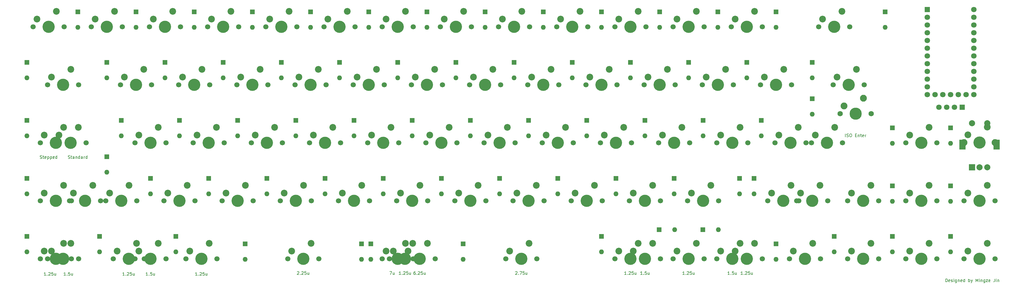
<source format=gbr>
%TF.GenerationSoftware,KiCad,Pcbnew,(6.0.1)*%
%TF.CreationDate,2022-05-17T11:58:57-04:00*%
%TF.ProjectId,GanJing 65 rev 2 solder-rounded,47616e4a-696e-4672-9036-352072657620,2*%
%TF.SameCoordinates,Original*%
%TF.FileFunction,Soldermask,Top*%
%TF.FilePolarity,Negative*%
%FSLAX46Y46*%
G04 Gerber Fmt 4.6, Leading zero omitted, Abs format (unit mm)*
G04 Created by KiCad (PCBNEW (6.0.1)) date 2022-05-17 11:58:57*
%MOMM*%
%LPD*%
G01*
G04 APERTURE LIST*
%ADD10C,0.150000*%
%ADD11R,1.600000X1.600000*%
%ADD12O,1.600000X1.600000*%
%ADD13R,1.800000X1.800000*%
%ADD14C,1.800000*%
%ADD15C,1.700000*%
%ADD16C,4.000000*%
%ADD17C,2.200000*%
%ADD18C,2.250000*%
%ADD19R,2.000000X3.200000*%
%ADD20R,2.000000X2.000000*%
%ADD21C,2.000000*%
%ADD22C,1.750000*%
%ADD23C,3.987800*%
G04 APERTURE END LIST*
D10*
X58642857Y-186452380D02*
X58071428Y-186452380D01*
X58357142Y-186452380D02*
X58357142Y-185452380D01*
X58261904Y-185595238D01*
X58166666Y-185690476D01*
X58071428Y-185738095D01*
X59071428Y-186357142D02*
X59119047Y-186404761D01*
X59071428Y-186452380D01*
X59023809Y-186404761D01*
X59071428Y-186357142D01*
X59071428Y-186452380D01*
X59500000Y-185547619D02*
X59547619Y-185500000D01*
X59642857Y-185452380D01*
X59880952Y-185452380D01*
X59976190Y-185500000D01*
X60023809Y-185547619D01*
X60071428Y-185642857D01*
X60071428Y-185738095D01*
X60023809Y-185880952D01*
X59452380Y-186452380D01*
X60071428Y-186452380D01*
X60976190Y-185452380D02*
X60500000Y-185452380D01*
X60452380Y-185928571D01*
X60500000Y-185880952D01*
X60595238Y-185833333D01*
X60833333Y-185833333D01*
X60928571Y-185880952D01*
X60976190Y-185928571D01*
X61023809Y-186023809D01*
X61023809Y-186261904D01*
X60976190Y-186357142D01*
X60928571Y-186404761D01*
X60833333Y-186452380D01*
X60595238Y-186452380D01*
X60500000Y-186404761D01*
X60452380Y-186357142D01*
X61880952Y-185785714D02*
X61880952Y-186452380D01*
X61452380Y-185785714D02*
X61452380Y-186309523D01*
X61500000Y-186404761D01*
X61595238Y-186452380D01*
X61738095Y-186452380D01*
X61833333Y-186404761D01*
X61880952Y-186357142D01*
X282487797Y-186189880D02*
X281916369Y-186189880D01*
X282202083Y-186189880D02*
X282202083Y-185189880D01*
X282106845Y-185332738D01*
X282011607Y-185427976D01*
X281916369Y-185475595D01*
X282916369Y-186094642D02*
X282963988Y-186142261D01*
X282916369Y-186189880D01*
X282868750Y-186142261D01*
X282916369Y-186094642D01*
X282916369Y-186189880D01*
X283868750Y-185189880D02*
X283392559Y-185189880D01*
X283344940Y-185666071D01*
X283392559Y-185618452D01*
X283487797Y-185570833D01*
X283725892Y-185570833D01*
X283821130Y-185618452D01*
X283868750Y-185666071D01*
X283916369Y-185761309D01*
X283916369Y-185999404D01*
X283868750Y-186094642D01*
X283821130Y-186142261D01*
X283725892Y-186189880D01*
X283487797Y-186189880D01*
X283392559Y-186142261D01*
X283344940Y-186094642D01*
X284773511Y-185523214D02*
X284773511Y-186189880D01*
X284344940Y-185523214D02*
X284344940Y-186047023D01*
X284392559Y-186142261D01*
X284487797Y-186189880D01*
X284630654Y-186189880D01*
X284725892Y-186142261D01*
X284773511Y-186094642D01*
X267724107Y-186189880D02*
X267152678Y-186189880D01*
X267438392Y-186189880D02*
X267438392Y-185189880D01*
X267343154Y-185332738D01*
X267247916Y-185427976D01*
X267152678Y-185475595D01*
X268152678Y-186094642D02*
X268200297Y-186142261D01*
X268152678Y-186189880D01*
X268105059Y-186142261D01*
X268152678Y-186094642D01*
X268152678Y-186189880D01*
X268581250Y-185285119D02*
X268628869Y-185237500D01*
X268724107Y-185189880D01*
X268962202Y-185189880D01*
X269057440Y-185237500D01*
X269105059Y-185285119D01*
X269152678Y-185380357D01*
X269152678Y-185475595D01*
X269105059Y-185618452D01*
X268533630Y-186189880D01*
X269152678Y-186189880D01*
X270057440Y-185189880D02*
X269581250Y-185189880D01*
X269533630Y-185666071D01*
X269581250Y-185618452D01*
X269676488Y-185570833D01*
X269914583Y-185570833D01*
X270009821Y-185618452D01*
X270057440Y-185666071D01*
X270105059Y-185761309D01*
X270105059Y-185999404D01*
X270057440Y-186094642D01*
X270009821Y-186142261D01*
X269914583Y-186189880D01*
X269676488Y-186189880D01*
X269581250Y-186142261D01*
X269533630Y-186094642D01*
X270962202Y-185523214D02*
X270962202Y-186189880D01*
X270533630Y-185523214D02*
X270533630Y-186047023D01*
X270581250Y-186142261D01*
X270676488Y-186189880D01*
X270819345Y-186189880D01*
X270914583Y-186142261D01*
X270962202Y-186094642D01*
X65119047Y-186452380D02*
X64547619Y-186452380D01*
X64833333Y-186452380D02*
X64833333Y-185452380D01*
X64738095Y-185595238D01*
X64642857Y-185690476D01*
X64547619Y-185738095D01*
X65547619Y-186357142D02*
X65595238Y-186404761D01*
X65547619Y-186452380D01*
X65500000Y-186404761D01*
X65547619Y-186357142D01*
X65547619Y-186452380D01*
X66500000Y-185452380D02*
X66023809Y-185452380D01*
X65976190Y-185928571D01*
X66023809Y-185880952D01*
X66119047Y-185833333D01*
X66357142Y-185833333D01*
X66452380Y-185880952D01*
X66500000Y-185928571D01*
X66547619Y-186023809D01*
X66547619Y-186261904D01*
X66500000Y-186357142D01*
X66452380Y-186404761D01*
X66357142Y-186452380D01*
X66119047Y-186452380D01*
X66023809Y-186404761D01*
X65976190Y-186357142D01*
X67404761Y-185785714D02*
X67404761Y-186452380D01*
X66976190Y-185785714D02*
X66976190Y-186309523D01*
X67023809Y-186404761D01*
X67119047Y-186452380D01*
X67261904Y-186452380D01*
X67357142Y-186404761D01*
X67404761Y-186357142D01*
X108180357Y-186452380D02*
X107608928Y-186452380D01*
X107894642Y-186452380D02*
X107894642Y-185452380D01*
X107799404Y-185595238D01*
X107704166Y-185690476D01*
X107608928Y-185738095D01*
X108608928Y-186357142D02*
X108656547Y-186404761D01*
X108608928Y-186452380D01*
X108561309Y-186404761D01*
X108608928Y-186357142D01*
X108608928Y-186452380D01*
X109037500Y-185547619D02*
X109085119Y-185500000D01*
X109180357Y-185452380D01*
X109418452Y-185452380D01*
X109513690Y-185500000D01*
X109561309Y-185547619D01*
X109608928Y-185642857D01*
X109608928Y-185738095D01*
X109561309Y-185880952D01*
X108989880Y-186452380D01*
X109608928Y-186452380D01*
X110513690Y-185452380D02*
X110037500Y-185452380D01*
X109989880Y-185928571D01*
X110037500Y-185880952D01*
X110132738Y-185833333D01*
X110370833Y-185833333D01*
X110466071Y-185880952D01*
X110513690Y-185928571D01*
X110561309Y-186023809D01*
X110561309Y-186261904D01*
X110513690Y-186357142D01*
X110466071Y-186404761D01*
X110370833Y-186452380D01*
X110132738Y-186452380D01*
X110037500Y-186404761D01*
X109989880Y-186357142D01*
X111418452Y-185785714D02*
X111418452Y-186452380D01*
X110989880Y-185785714D02*
X110989880Y-186309523D01*
X111037500Y-186404761D01*
X111132738Y-186452380D01*
X111275595Y-186452380D01*
X111370833Y-186404761D01*
X111418452Y-186357142D01*
X84367857Y-186452380D02*
X83796428Y-186452380D01*
X84082142Y-186452380D02*
X84082142Y-185452380D01*
X83986904Y-185595238D01*
X83891666Y-185690476D01*
X83796428Y-185738095D01*
X84796428Y-186357142D02*
X84844047Y-186404761D01*
X84796428Y-186452380D01*
X84748809Y-186404761D01*
X84796428Y-186357142D01*
X84796428Y-186452380D01*
X85225000Y-185547619D02*
X85272619Y-185500000D01*
X85367857Y-185452380D01*
X85605952Y-185452380D01*
X85701190Y-185500000D01*
X85748809Y-185547619D01*
X85796428Y-185642857D01*
X85796428Y-185738095D01*
X85748809Y-185880952D01*
X85177380Y-186452380D01*
X85796428Y-186452380D01*
X86701190Y-185452380D02*
X86225000Y-185452380D01*
X86177380Y-185928571D01*
X86225000Y-185880952D01*
X86320238Y-185833333D01*
X86558333Y-185833333D01*
X86653571Y-185880952D01*
X86701190Y-185928571D01*
X86748809Y-186023809D01*
X86748809Y-186261904D01*
X86701190Y-186357142D01*
X86653571Y-186404761D01*
X86558333Y-186452380D01*
X86320238Y-186452380D01*
X86225000Y-186404761D01*
X86177380Y-186357142D01*
X87605952Y-185785714D02*
X87605952Y-186452380D01*
X87177380Y-185785714D02*
X87177380Y-186309523D01*
X87225000Y-186404761D01*
X87320238Y-186452380D01*
X87463095Y-186452380D01*
X87558333Y-186404761D01*
X87605952Y-186357142D01*
X248674107Y-186189880D02*
X248102678Y-186189880D01*
X248388392Y-186189880D02*
X248388392Y-185189880D01*
X248293154Y-185332738D01*
X248197916Y-185427976D01*
X248102678Y-185475595D01*
X249102678Y-186094642D02*
X249150297Y-186142261D01*
X249102678Y-186189880D01*
X249055059Y-186142261D01*
X249102678Y-186094642D01*
X249102678Y-186189880D01*
X249531250Y-185285119D02*
X249578869Y-185237500D01*
X249674107Y-185189880D01*
X249912202Y-185189880D01*
X250007440Y-185237500D01*
X250055059Y-185285119D01*
X250102678Y-185380357D01*
X250102678Y-185475595D01*
X250055059Y-185618452D01*
X249483630Y-186189880D01*
X250102678Y-186189880D01*
X251007440Y-185189880D02*
X250531250Y-185189880D01*
X250483630Y-185666071D01*
X250531250Y-185618452D01*
X250626488Y-185570833D01*
X250864583Y-185570833D01*
X250959821Y-185618452D01*
X251007440Y-185666071D01*
X251055059Y-185761309D01*
X251055059Y-185999404D01*
X251007440Y-186094642D01*
X250959821Y-186142261D01*
X250864583Y-186189880D01*
X250626488Y-186189880D01*
X250531250Y-186142261D01*
X250483630Y-186094642D01*
X251912202Y-185523214D02*
X251912202Y-186189880D01*
X251483630Y-185523214D02*
X251483630Y-186047023D01*
X251531250Y-186142261D01*
X251626488Y-186189880D01*
X251769345Y-186189880D01*
X251864583Y-186142261D01*
X251912202Y-186094642D01*
X286774107Y-186189880D02*
X286202678Y-186189880D01*
X286488392Y-186189880D02*
X286488392Y-185189880D01*
X286393154Y-185332738D01*
X286297916Y-185427976D01*
X286202678Y-185475595D01*
X287202678Y-186094642D02*
X287250297Y-186142261D01*
X287202678Y-186189880D01*
X287155059Y-186142261D01*
X287202678Y-186094642D01*
X287202678Y-186189880D01*
X287631250Y-185285119D02*
X287678869Y-185237500D01*
X287774107Y-185189880D01*
X288012202Y-185189880D01*
X288107440Y-185237500D01*
X288155059Y-185285119D01*
X288202678Y-185380357D01*
X288202678Y-185475595D01*
X288155059Y-185618452D01*
X287583630Y-186189880D01*
X288202678Y-186189880D01*
X289107440Y-185189880D02*
X288631250Y-185189880D01*
X288583630Y-185666071D01*
X288631250Y-185618452D01*
X288726488Y-185570833D01*
X288964583Y-185570833D01*
X289059821Y-185618452D01*
X289107440Y-185666071D01*
X289155059Y-185761309D01*
X289155059Y-185999404D01*
X289107440Y-186094642D01*
X289059821Y-186142261D01*
X288964583Y-186189880D01*
X288726488Y-186189880D01*
X288631250Y-186142261D01*
X288583630Y-186094642D01*
X290012202Y-185523214D02*
X290012202Y-186189880D01*
X289583630Y-185523214D02*
X289583630Y-186047023D01*
X289631250Y-186142261D01*
X289726488Y-186189880D01*
X289869345Y-186189880D01*
X289964583Y-186142261D01*
X290012202Y-186094642D01*
X253912797Y-186189880D02*
X253341369Y-186189880D01*
X253627083Y-186189880D02*
X253627083Y-185189880D01*
X253531845Y-185332738D01*
X253436607Y-185427976D01*
X253341369Y-185475595D01*
X254341369Y-186094642D02*
X254388988Y-186142261D01*
X254341369Y-186189880D01*
X254293750Y-186142261D01*
X254341369Y-186094642D01*
X254341369Y-186189880D01*
X255293750Y-185189880D02*
X254817559Y-185189880D01*
X254769940Y-185666071D01*
X254817559Y-185618452D01*
X254912797Y-185570833D01*
X255150892Y-185570833D01*
X255246130Y-185618452D01*
X255293750Y-185666071D01*
X255341369Y-185761309D01*
X255341369Y-185999404D01*
X255293750Y-186094642D01*
X255246130Y-186142261D01*
X255150892Y-186189880D01*
X254912797Y-186189880D01*
X254817559Y-186142261D01*
X254769940Y-186094642D01*
X256198511Y-185523214D02*
X256198511Y-186189880D01*
X255769940Y-185523214D02*
X255769940Y-186047023D01*
X255817559Y-186142261D01*
X255912797Y-186189880D01*
X256055654Y-186189880D01*
X256150892Y-186142261D01*
X256198511Y-186094642D01*
X91987797Y-186452380D02*
X91416369Y-186452380D01*
X91702083Y-186452380D02*
X91702083Y-185452380D01*
X91606845Y-185595238D01*
X91511607Y-185690476D01*
X91416369Y-185738095D01*
X92416369Y-186357142D02*
X92463988Y-186404761D01*
X92416369Y-186452380D01*
X92368750Y-186404761D01*
X92416369Y-186357142D01*
X92416369Y-186452380D01*
X93368750Y-185452380D02*
X92892559Y-185452380D01*
X92844940Y-185928571D01*
X92892559Y-185880952D01*
X92987797Y-185833333D01*
X93225892Y-185833333D01*
X93321130Y-185880952D01*
X93368750Y-185928571D01*
X93416369Y-186023809D01*
X93416369Y-186261904D01*
X93368750Y-186357142D01*
X93321130Y-186404761D01*
X93225892Y-186452380D01*
X92987797Y-186452380D01*
X92892559Y-186404761D01*
X92844940Y-186357142D01*
X94273511Y-185785714D02*
X94273511Y-186452380D01*
X93844940Y-185785714D02*
X93844940Y-186309523D01*
X93892559Y-186404761D01*
X93987797Y-186452380D01*
X94130654Y-186452380D01*
X94225892Y-186404761D01*
X94273511Y-186357142D01*
X353235714Y-188571130D02*
X353235714Y-187571130D01*
X353473809Y-187571130D01*
X353616666Y-187618750D01*
X353711904Y-187713988D01*
X353759523Y-187809226D01*
X353807142Y-187999702D01*
X353807142Y-188142559D01*
X353759523Y-188333035D01*
X353711904Y-188428273D01*
X353616666Y-188523511D01*
X353473809Y-188571130D01*
X353235714Y-188571130D01*
X354616666Y-188523511D02*
X354521428Y-188571130D01*
X354330952Y-188571130D01*
X354235714Y-188523511D01*
X354188095Y-188428273D01*
X354188095Y-188047321D01*
X354235714Y-187952083D01*
X354330952Y-187904464D01*
X354521428Y-187904464D01*
X354616666Y-187952083D01*
X354664285Y-188047321D01*
X354664285Y-188142559D01*
X354188095Y-188237797D01*
X355045238Y-188523511D02*
X355140476Y-188571130D01*
X355330952Y-188571130D01*
X355426190Y-188523511D01*
X355473809Y-188428273D01*
X355473809Y-188380654D01*
X355426190Y-188285416D01*
X355330952Y-188237797D01*
X355188095Y-188237797D01*
X355092857Y-188190178D01*
X355045238Y-188094940D01*
X355045238Y-188047321D01*
X355092857Y-187952083D01*
X355188095Y-187904464D01*
X355330952Y-187904464D01*
X355426190Y-187952083D01*
X355902380Y-188571130D02*
X355902380Y-187904464D01*
X355902380Y-187571130D02*
X355854761Y-187618750D01*
X355902380Y-187666369D01*
X355950000Y-187618750D01*
X355902380Y-187571130D01*
X355902380Y-187666369D01*
X356807142Y-187904464D02*
X356807142Y-188713988D01*
X356759523Y-188809226D01*
X356711904Y-188856845D01*
X356616666Y-188904464D01*
X356473809Y-188904464D01*
X356378571Y-188856845D01*
X356807142Y-188523511D02*
X356711904Y-188571130D01*
X356521428Y-188571130D01*
X356426190Y-188523511D01*
X356378571Y-188475892D01*
X356330952Y-188380654D01*
X356330952Y-188094940D01*
X356378571Y-187999702D01*
X356426190Y-187952083D01*
X356521428Y-187904464D01*
X356711904Y-187904464D01*
X356807142Y-187952083D01*
X357283333Y-187904464D02*
X357283333Y-188571130D01*
X357283333Y-187999702D02*
X357330952Y-187952083D01*
X357426190Y-187904464D01*
X357569047Y-187904464D01*
X357664285Y-187952083D01*
X357711904Y-188047321D01*
X357711904Y-188571130D01*
X358569047Y-188523511D02*
X358473809Y-188571130D01*
X358283333Y-188571130D01*
X358188095Y-188523511D01*
X358140476Y-188428273D01*
X358140476Y-188047321D01*
X358188095Y-187952083D01*
X358283333Y-187904464D01*
X358473809Y-187904464D01*
X358569047Y-187952083D01*
X358616666Y-188047321D01*
X358616666Y-188142559D01*
X358140476Y-188237797D01*
X359473809Y-188571130D02*
X359473809Y-187571130D01*
X359473809Y-188523511D02*
X359378571Y-188571130D01*
X359188095Y-188571130D01*
X359092857Y-188523511D01*
X359045238Y-188475892D01*
X358997619Y-188380654D01*
X358997619Y-188094940D01*
X359045238Y-187999702D01*
X359092857Y-187952083D01*
X359188095Y-187904464D01*
X359378571Y-187904464D01*
X359473809Y-187952083D01*
X360711904Y-188571130D02*
X360711904Y-187571130D01*
X360711904Y-187952083D02*
X360807142Y-187904464D01*
X360997619Y-187904464D01*
X361092857Y-187952083D01*
X361140476Y-187999702D01*
X361188095Y-188094940D01*
X361188095Y-188380654D01*
X361140476Y-188475892D01*
X361092857Y-188523511D01*
X360997619Y-188571130D01*
X360807142Y-188571130D01*
X360711904Y-188523511D01*
X361521428Y-187904464D02*
X361759523Y-188571130D01*
X361997619Y-187904464D02*
X361759523Y-188571130D01*
X361664285Y-188809226D01*
X361616666Y-188856845D01*
X361521428Y-188904464D01*
X363140476Y-188571130D02*
X363140476Y-187571130D01*
X363473809Y-188285416D01*
X363807142Y-187571130D01*
X363807142Y-188571130D01*
X364283333Y-188571130D02*
X364283333Y-187904464D01*
X364283333Y-187571130D02*
X364235714Y-187618750D01*
X364283333Y-187666369D01*
X364330952Y-187618750D01*
X364283333Y-187571130D01*
X364283333Y-187666369D01*
X364759523Y-187904464D02*
X364759523Y-188571130D01*
X364759523Y-187999702D02*
X364807142Y-187952083D01*
X364902380Y-187904464D01*
X365045238Y-187904464D01*
X365140476Y-187952083D01*
X365188095Y-188047321D01*
X365188095Y-188571130D01*
X366092857Y-187904464D02*
X366092857Y-188713988D01*
X366045238Y-188809226D01*
X365997619Y-188856845D01*
X365902380Y-188904464D01*
X365759523Y-188904464D01*
X365664285Y-188856845D01*
X366092857Y-188523511D02*
X365997619Y-188571130D01*
X365807142Y-188571130D01*
X365711904Y-188523511D01*
X365664285Y-188475892D01*
X365616666Y-188380654D01*
X365616666Y-188094940D01*
X365664285Y-187999702D01*
X365711904Y-187952083D01*
X365807142Y-187904464D01*
X365997619Y-187904464D01*
X366092857Y-187952083D01*
X366473809Y-187904464D02*
X366997619Y-187904464D01*
X366473809Y-188571130D01*
X366997619Y-188571130D01*
X367759523Y-188523511D02*
X367664285Y-188571130D01*
X367473809Y-188571130D01*
X367378571Y-188523511D01*
X367330952Y-188428273D01*
X367330952Y-188047321D01*
X367378571Y-187952083D01*
X367473809Y-187904464D01*
X367664285Y-187904464D01*
X367759523Y-187952083D01*
X367807142Y-188047321D01*
X367807142Y-188142559D01*
X367330952Y-188237797D01*
X369283333Y-187571130D02*
X369283333Y-188285416D01*
X369235714Y-188428273D01*
X369140476Y-188523511D01*
X368997619Y-188571130D01*
X368902380Y-188571130D01*
X369759523Y-188571130D02*
X369759523Y-187904464D01*
X369759523Y-187571130D02*
X369711904Y-187618750D01*
X369759523Y-187666369D01*
X369807142Y-187618750D01*
X369759523Y-187571130D01*
X369759523Y-187666369D01*
X370235714Y-187904464D02*
X370235714Y-188571130D01*
X370235714Y-187999702D02*
X370283333Y-187952083D01*
X370378571Y-187904464D01*
X370521428Y-187904464D01*
X370616666Y-187952083D01*
X370664285Y-188047321D01*
X370664285Y-188571130D01*
%TO.C,MX31*%
X65913392Y-148042261D02*
X66056250Y-148089880D01*
X66294345Y-148089880D01*
X66389583Y-148042261D01*
X66437202Y-147994642D01*
X66484821Y-147899404D01*
X66484821Y-147804166D01*
X66437202Y-147708928D01*
X66389583Y-147661309D01*
X66294345Y-147613690D01*
X66103869Y-147566071D01*
X66008630Y-147518452D01*
X65961011Y-147470833D01*
X65913392Y-147375595D01*
X65913392Y-147280357D01*
X65961011Y-147185119D01*
X66008630Y-147137500D01*
X66103869Y-147089880D01*
X66341964Y-147089880D01*
X66484821Y-147137500D01*
X66770535Y-147423214D02*
X67151488Y-147423214D01*
X66913392Y-147089880D02*
X66913392Y-147947023D01*
X66961011Y-148042261D01*
X67056250Y-148089880D01*
X67151488Y-148089880D01*
X67913392Y-148089880D02*
X67913392Y-147566071D01*
X67865773Y-147470833D01*
X67770535Y-147423214D01*
X67580059Y-147423214D01*
X67484821Y-147470833D01*
X67913392Y-148042261D02*
X67818154Y-148089880D01*
X67580059Y-148089880D01*
X67484821Y-148042261D01*
X67437202Y-147947023D01*
X67437202Y-147851785D01*
X67484821Y-147756547D01*
X67580059Y-147708928D01*
X67818154Y-147708928D01*
X67913392Y-147661309D01*
X68389583Y-147423214D02*
X68389583Y-148089880D01*
X68389583Y-147518452D02*
X68437202Y-147470833D01*
X68532440Y-147423214D01*
X68675297Y-147423214D01*
X68770535Y-147470833D01*
X68818154Y-147566071D01*
X68818154Y-148089880D01*
X69722916Y-148089880D02*
X69722916Y-147089880D01*
X69722916Y-148042261D02*
X69627678Y-148089880D01*
X69437202Y-148089880D01*
X69341964Y-148042261D01*
X69294345Y-147994642D01*
X69246726Y-147899404D01*
X69246726Y-147613690D01*
X69294345Y-147518452D01*
X69341964Y-147470833D01*
X69437202Y-147423214D01*
X69627678Y-147423214D01*
X69722916Y-147470833D01*
X70627678Y-148089880D02*
X70627678Y-147566071D01*
X70580059Y-147470833D01*
X70484821Y-147423214D01*
X70294345Y-147423214D01*
X70199107Y-147470833D01*
X70627678Y-148042261D02*
X70532440Y-148089880D01*
X70294345Y-148089880D01*
X70199107Y-148042261D01*
X70151488Y-147947023D01*
X70151488Y-147851785D01*
X70199107Y-147756547D01*
X70294345Y-147708928D01*
X70532440Y-147708928D01*
X70627678Y-147661309D01*
X71103869Y-148089880D02*
X71103869Y-147423214D01*
X71103869Y-147613690D02*
X71151488Y-147518452D01*
X71199107Y-147470833D01*
X71294345Y-147423214D01*
X71389583Y-147423214D01*
X72151488Y-148089880D02*
X72151488Y-147089880D01*
X72151488Y-148042261D02*
X72056250Y-148089880D01*
X71865773Y-148089880D01*
X71770535Y-148042261D01*
X71722916Y-147994642D01*
X71675297Y-147899404D01*
X71675297Y-147613690D01*
X71722916Y-147518452D01*
X71770535Y-147470833D01*
X71865773Y-147423214D01*
X72056250Y-147423214D01*
X72151488Y-147470833D01*
%TO.C,MX66*%
X179547619Y-185189880D02*
X179357142Y-185189880D01*
X179261904Y-185237500D01*
X179214285Y-185285119D01*
X179119047Y-185427976D01*
X179071428Y-185618452D01*
X179071428Y-185999404D01*
X179119047Y-186094642D01*
X179166666Y-186142261D01*
X179261904Y-186189880D01*
X179452380Y-186189880D01*
X179547619Y-186142261D01*
X179595238Y-186094642D01*
X179642857Y-185999404D01*
X179642857Y-185761309D01*
X179595238Y-185666071D01*
X179547619Y-185618452D01*
X179452380Y-185570833D01*
X179261904Y-185570833D01*
X179166666Y-185618452D01*
X179119047Y-185666071D01*
X179071428Y-185761309D01*
X180071428Y-186094642D02*
X180119047Y-186142261D01*
X180071428Y-186189880D01*
X180023809Y-186142261D01*
X180071428Y-186094642D01*
X180071428Y-186189880D01*
X180500000Y-185285119D02*
X180547619Y-185237500D01*
X180642857Y-185189880D01*
X180880952Y-185189880D01*
X180976190Y-185237500D01*
X181023809Y-185285119D01*
X181071428Y-185380357D01*
X181071428Y-185475595D01*
X181023809Y-185618452D01*
X180452380Y-186189880D01*
X181071428Y-186189880D01*
X181976190Y-185189880D02*
X181500000Y-185189880D01*
X181452380Y-185666071D01*
X181500000Y-185618452D01*
X181595238Y-185570833D01*
X181833333Y-185570833D01*
X181928571Y-185618452D01*
X181976190Y-185666071D01*
X182023809Y-185761309D01*
X182023809Y-185999404D01*
X181976190Y-186094642D01*
X181928571Y-186142261D01*
X181833333Y-186189880D01*
X181595238Y-186189880D01*
X181500000Y-186142261D01*
X181452380Y-186094642D01*
X182880952Y-185523214D02*
X182880952Y-186189880D01*
X182452380Y-185523214D02*
X182452380Y-186047023D01*
X182500000Y-186142261D01*
X182595238Y-186189880D01*
X182738095Y-186189880D01*
X182833333Y-186142261D01*
X182880952Y-186094642D01*
%TO.C,MX75*%
X56745535Y-148042261D02*
X56888392Y-148089880D01*
X57126488Y-148089880D01*
X57221726Y-148042261D01*
X57269345Y-147994642D01*
X57316964Y-147899404D01*
X57316964Y-147804166D01*
X57269345Y-147708928D01*
X57221726Y-147661309D01*
X57126488Y-147613690D01*
X56936011Y-147566071D01*
X56840773Y-147518452D01*
X56793154Y-147470833D01*
X56745535Y-147375595D01*
X56745535Y-147280357D01*
X56793154Y-147185119D01*
X56840773Y-147137500D01*
X56936011Y-147089880D01*
X57174107Y-147089880D01*
X57316964Y-147137500D01*
X57602678Y-147423214D02*
X57983630Y-147423214D01*
X57745535Y-147089880D02*
X57745535Y-147947023D01*
X57793154Y-148042261D01*
X57888392Y-148089880D01*
X57983630Y-148089880D01*
X58697916Y-148042261D02*
X58602678Y-148089880D01*
X58412202Y-148089880D01*
X58316964Y-148042261D01*
X58269345Y-147947023D01*
X58269345Y-147566071D01*
X58316964Y-147470833D01*
X58412202Y-147423214D01*
X58602678Y-147423214D01*
X58697916Y-147470833D01*
X58745535Y-147566071D01*
X58745535Y-147661309D01*
X58269345Y-147756547D01*
X59174107Y-147423214D02*
X59174107Y-148423214D01*
X59174107Y-147470833D02*
X59269345Y-147423214D01*
X59459821Y-147423214D01*
X59555059Y-147470833D01*
X59602678Y-147518452D01*
X59650297Y-147613690D01*
X59650297Y-147899404D01*
X59602678Y-147994642D01*
X59555059Y-148042261D01*
X59459821Y-148089880D01*
X59269345Y-148089880D01*
X59174107Y-148042261D01*
X60078869Y-147423214D02*
X60078869Y-148423214D01*
X60078869Y-147470833D02*
X60174107Y-147423214D01*
X60364583Y-147423214D01*
X60459821Y-147470833D01*
X60507440Y-147518452D01*
X60555059Y-147613690D01*
X60555059Y-147899404D01*
X60507440Y-147994642D01*
X60459821Y-148042261D01*
X60364583Y-148089880D01*
X60174107Y-148089880D01*
X60078869Y-148042261D01*
X61364583Y-148042261D02*
X61269345Y-148089880D01*
X61078869Y-148089880D01*
X60983630Y-148042261D01*
X60936011Y-147947023D01*
X60936011Y-147566071D01*
X60983630Y-147470833D01*
X61078869Y-147423214D01*
X61269345Y-147423214D01*
X61364583Y-147470833D01*
X61412202Y-147566071D01*
X61412202Y-147661309D01*
X60936011Y-147756547D01*
X62269345Y-148089880D02*
X62269345Y-147089880D01*
X62269345Y-148042261D02*
X62174107Y-148089880D01*
X61983630Y-148089880D01*
X61888392Y-148042261D01*
X61840773Y-147994642D01*
X61793154Y-147899404D01*
X61793154Y-147613690D01*
X61840773Y-147518452D01*
X61888392Y-147470833D01*
X61983630Y-147423214D01*
X62174107Y-147423214D01*
X62269345Y-147470833D01*
%TO.C,MX64*%
X140946428Y-185285119D02*
X140994047Y-185237500D01*
X141089285Y-185189880D01*
X141327380Y-185189880D01*
X141422619Y-185237500D01*
X141470238Y-185285119D01*
X141517857Y-185380357D01*
X141517857Y-185475595D01*
X141470238Y-185618452D01*
X140898809Y-186189880D01*
X141517857Y-186189880D01*
X141946428Y-186094642D02*
X141994047Y-186142261D01*
X141946428Y-186189880D01*
X141898809Y-186142261D01*
X141946428Y-186094642D01*
X141946428Y-186189880D01*
X142375000Y-185285119D02*
X142422619Y-185237500D01*
X142517857Y-185189880D01*
X142755952Y-185189880D01*
X142851190Y-185237500D01*
X142898809Y-185285119D01*
X142946428Y-185380357D01*
X142946428Y-185475595D01*
X142898809Y-185618452D01*
X142327380Y-186189880D01*
X142946428Y-186189880D01*
X143851190Y-185189880D02*
X143375000Y-185189880D01*
X143327380Y-185666071D01*
X143375000Y-185618452D01*
X143470238Y-185570833D01*
X143708333Y-185570833D01*
X143803571Y-185618452D01*
X143851190Y-185666071D01*
X143898809Y-185761309D01*
X143898809Y-185999404D01*
X143851190Y-186094642D01*
X143803571Y-186142261D01*
X143708333Y-186189880D01*
X143470238Y-186189880D01*
X143375000Y-186142261D01*
X143327380Y-186094642D01*
X144755952Y-185523214D02*
X144755952Y-186189880D01*
X144327380Y-185523214D02*
X144327380Y-186047023D01*
X144375000Y-186142261D01*
X144470238Y-186189880D01*
X144613095Y-186189880D01*
X144708333Y-186142261D01*
X144755952Y-186094642D01*
%TO.C,MX65*%
X174855357Y-186189880D02*
X174283928Y-186189880D01*
X174569642Y-186189880D02*
X174569642Y-185189880D01*
X174474404Y-185332738D01*
X174379166Y-185427976D01*
X174283928Y-185475595D01*
X175283928Y-186094642D02*
X175331547Y-186142261D01*
X175283928Y-186189880D01*
X175236309Y-186142261D01*
X175283928Y-186094642D01*
X175283928Y-186189880D01*
X175712500Y-185285119D02*
X175760119Y-185237500D01*
X175855357Y-185189880D01*
X176093452Y-185189880D01*
X176188690Y-185237500D01*
X176236309Y-185285119D01*
X176283928Y-185380357D01*
X176283928Y-185475595D01*
X176236309Y-185618452D01*
X175664880Y-186189880D01*
X176283928Y-186189880D01*
X177188690Y-185189880D02*
X176712500Y-185189880D01*
X176664880Y-185666071D01*
X176712500Y-185618452D01*
X176807738Y-185570833D01*
X177045833Y-185570833D01*
X177141071Y-185618452D01*
X177188690Y-185666071D01*
X177236309Y-185761309D01*
X177236309Y-185999404D01*
X177188690Y-186094642D01*
X177141071Y-186142261D01*
X177045833Y-186189880D01*
X176807738Y-186189880D01*
X176712500Y-186142261D01*
X176664880Y-186094642D01*
X178093452Y-185523214D02*
X178093452Y-186189880D01*
X177664880Y-185523214D02*
X177664880Y-186047023D01*
X177712500Y-186142261D01*
X177807738Y-186189880D01*
X177950595Y-186189880D01*
X178045833Y-186142261D01*
X178093452Y-186094642D01*
%TO.C,MX67*%
X212383928Y-185285119D02*
X212431547Y-185237500D01*
X212526785Y-185189880D01*
X212764880Y-185189880D01*
X212860119Y-185237500D01*
X212907738Y-185285119D01*
X212955357Y-185380357D01*
X212955357Y-185475595D01*
X212907738Y-185618452D01*
X212336309Y-186189880D01*
X212955357Y-186189880D01*
X213383928Y-186094642D02*
X213431547Y-186142261D01*
X213383928Y-186189880D01*
X213336309Y-186142261D01*
X213383928Y-186094642D01*
X213383928Y-186189880D01*
X213764880Y-185189880D02*
X214431547Y-185189880D01*
X214002976Y-186189880D01*
X215288690Y-185189880D02*
X214812500Y-185189880D01*
X214764880Y-185666071D01*
X214812500Y-185618452D01*
X214907738Y-185570833D01*
X215145833Y-185570833D01*
X215241071Y-185618452D01*
X215288690Y-185666071D01*
X215336309Y-185761309D01*
X215336309Y-185999404D01*
X215288690Y-186094642D01*
X215241071Y-186142261D01*
X215145833Y-186189880D01*
X214907738Y-186189880D01*
X214812500Y-186142261D01*
X214764880Y-186094642D01*
X216193452Y-185523214D02*
X216193452Y-186189880D01*
X215764880Y-185523214D02*
X215764880Y-186047023D01*
X215812500Y-186142261D01*
X215907738Y-186189880D01*
X216050595Y-186189880D01*
X216145833Y-186142261D01*
X216193452Y-186094642D01*
%TO.C,MX76*%
X320415476Y-140946130D02*
X320415476Y-139946130D01*
X320844047Y-140898511D02*
X320986904Y-140946130D01*
X321225000Y-140946130D01*
X321320238Y-140898511D01*
X321367857Y-140850892D01*
X321415476Y-140755654D01*
X321415476Y-140660416D01*
X321367857Y-140565178D01*
X321320238Y-140517559D01*
X321225000Y-140469940D01*
X321034523Y-140422321D01*
X320939285Y-140374702D01*
X320891666Y-140327083D01*
X320844047Y-140231845D01*
X320844047Y-140136607D01*
X320891666Y-140041369D01*
X320939285Y-139993750D01*
X321034523Y-139946130D01*
X321272619Y-139946130D01*
X321415476Y-139993750D01*
X322034523Y-139946130D02*
X322225000Y-139946130D01*
X322320238Y-139993750D01*
X322415476Y-140088988D01*
X322463095Y-140279464D01*
X322463095Y-140612797D01*
X322415476Y-140803273D01*
X322320238Y-140898511D01*
X322225000Y-140946130D01*
X322034523Y-140946130D01*
X321939285Y-140898511D01*
X321844047Y-140803273D01*
X321796428Y-140612797D01*
X321796428Y-140279464D01*
X321844047Y-140088988D01*
X321939285Y-139993750D01*
X322034523Y-139946130D01*
X323653571Y-140422321D02*
X323986904Y-140422321D01*
X324129761Y-140946130D02*
X323653571Y-140946130D01*
X323653571Y-139946130D01*
X324129761Y-139946130D01*
X324558333Y-140279464D02*
X324558333Y-140946130D01*
X324558333Y-140374702D02*
X324605952Y-140327083D01*
X324701190Y-140279464D01*
X324844047Y-140279464D01*
X324939285Y-140327083D01*
X324986904Y-140422321D01*
X324986904Y-140946130D01*
X325320238Y-140279464D02*
X325701190Y-140279464D01*
X325463095Y-139946130D02*
X325463095Y-140803273D01*
X325510714Y-140898511D01*
X325605952Y-140946130D01*
X325701190Y-140946130D01*
X326415476Y-140898511D02*
X326320238Y-140946130D01*
X326129761Y-140946130D01*
X326034523Y-140898511D01*
X325986904Y-140803273D01*
X325986904Y-140422321D01*
X326034523Y-140327083D01*
X326129761Y-140279464D01*
X326320238Y-140279464D01*
X326415476Y-140327083D01*
X326463095Y-140422321D01*
X326463095Y-140517559D01*
X325986904Y-140612797D01*
X326891666Y-140946130D02*
X326891666Y-140279464D01*
X326891666Y-140469940D02*
X326939285Y-140374702D01*
X326986904Y-140327083D01*
X327082142Y-140279464D01*
X327177380Y-140279464D01*
%TO.C,MX81*%
X171214285Y-185189880D02*
X171880952Y-185189880D01*
X171452380Y-186189880D01*
X172690476Y-185523214D02*
X172690476Y-186189880D01*
X172261904Y-185523214D02*
X172261904Y-186047023D01*
X172309523Y-186142261D01*
X172404761Y-186189880D01*
X172547619Y-186189880D01*
X172642857Y-186142261D01*
X172690476Y-186094642D01*
%TD*%
D11*
%TO.C,D1*%
X69056250Y-99853750D03*
D12*
X69056250Y-104933750D03*
%TD*%
D11*
%TO.C,D2*%
X88106250Y-99853750D03*
D12*
X88106250Y-104933750D03*
%TD*%
D11*
%TO.C,D3*%
X107156250Y-99853750D03*
D12*
X107156250Y-104933750D03*
%TD*%
D11*
%TO.C,D4*%
X126206250Y-99853750D03*
D12*
X126206250Y-104933750D03*
%TD*%
D11*
%TO.C,D5*%
X145256250Y-99853750D03*
D12*
X145256250Y-104933750D03*
%TD*%
D11*
%TO.C,D6*%
X164306250Y-99853750D03*
D12*
X164306250Y-104933750D03*
%TD*%
D11*
%TO.C,D7*%
X183356250Y-99853750D03*
D12*
X183356250Y-104933750D03*
%TD*%
D11*
%TO.C,D8*%
X202406250Y-99853750D03*
D12*
X202406250Y-104933750D03*
%TD*%
D11*
%TO.C,D9*%
X221456250Y-99853750D03*
D12*
X221456250Y-104933750D03*
%TD*%
D11*
%TO.C,D10*%
X240506250Y-99853750D03*
D12*
X240506250Y-104933750D03*
%TD*%
D11*
%TO.C,D11*%
X259556250Y-99853750D03*
D12*
X259556250Y-104933750D03*
%TD*%
D11*
%TO.C,D12*%
X278606250Y-99853750D03*
D12*
X278606250Y-104933750D03*
%TD*%
D11*
%TO.C,D13*%
X297656250Y-99853750D03*
D12*
X297656250Y-104933750D03*
%TD*%
D11*
%TO.C,D14*%
X333375000Y-99853750D03*
D12*
X333375000Y-104933750D03*
%TD*%
D11*
%TO.C,D16*%
X52387500Y-116522500D03*
D12*
X52387500Y-121602500D03*
%TD*%
D11*
%TO.C,D17*%
X78581250Y-116522500D03*
D12*
X78581250Y-121602500D03*
%TD*%
D11*
%TO.C,D18*%
X97631250Y-116522500D03*
D12*
X97631250Y-121602500D03*
%TD*%
D11*
%TO.C,D19*%
X116681250Y-116522500D03*
D12*
X116681250Y-121602500D03*
%TD*%
D11*
%TO.C,D20*%
X135731250Y-116522500D03*
D12*
X135731250Y-121602500D03*
%TD*%
D11*
%TO.C,D21*%
X154781250Y-116522500D03*
D12*
X154781250Y-121602500D03*
%TD*%
D11*
%TO.C,D22*%
X173831250Y-116522500D03*
D12*
X173831250Y-121602500D03*
%TD*%
D11*
%TO.C,D23*%
X192881250Y-116522500D03*
D12*
X192881250Y-121602500D03*
%TD*%
D11*
%TO.C,D24*%
X211931250Y-116522500D03*
D12*
X211931250Y-121602500D03*
%TD*%
D11*
%TO.C,D25*%
X230981250Y-116522500D03*
D12*
X230981250Y-121602500D03*
%TD*%
D11*
%TO.C,D26*%
X250031250Y-116522500D03*
D12*
X250031250Y-121602500D03*
%TD*%
D11*
%TO.C,D27*%
X269081250Y-116522500D03*
D12*
X269081250Y-121602500D03*
%TD*%
D11*
%TO.C,D28*%
X288131250Y-116522500D03*
D12*
X288131250Y-121602500D03*
%TD*%
D11*
%TO.C,D29*%
X309562500Y-116522500D03*
D12*
X309562500Y-121602500D03*
%TD*%
D11*
%TO.C,D30*%
X335756250Y-137953750D03*
D12*
X335756250Y-143033750D03*
%TD*%
D11*
%TO.C,D31*%
X52387500Y-135572500D03*
D12*
X52387500Y-140652500D03*
%TD*%
D11*
%TO.C,D32*%
X83343750Y-135572500D03*
D12*
X83343750Y-140652500D03*
%TD*%
D11*
%TO.C,D33*%
X102393750Y-135572500D03*
D12*
X102393750Y-140652500D03*
%TD*%
D11*
%TO.C,D34*%
X121443750Y-135572500D03*
D12*
X121443750Y-140652500D03*
%TD*%
D11*
%TO.C,D35*%
X140493750Y-135572500D03*
D12*
X140493750Y-140652500D03*
%TD*%
D11*
%TO.C,D36*%
X159543750Y-135572500D03*
D12*
X159543750Y-140652500D03*
%TD*%
D11*
%TO.C,D37*%
X178593750Y-135572500D03*
D12*
X178593750Y-140652500D03*
%TD*%
D11*
%TO.C,D38*%
X197643750Y-135572500D03*
D12*
X197643750Y-140652500D03*
%TD*%
D11*
%TO.C,D39*%
X216693750Y-135572500D03*
D12*
X216693750Y-140652500D03*
%TD*%
D11*
%TO.C,D40*%
X235743750Y-135572500D03*
D12*
X235743750Y-140652500D03*
%TD*%
D11*
%TO.C,D41*%
X254793750Y-135572500D03*
D12*
X254793750Y-140652500D03*
%TD*%
D11*
%TO.C,D42*%
X273843750Y-135572500D03*
D12*
X273843750Y-140652500D03*
%TD*%
D11*
%TO.C,D43*%
X292893750Y-135572500D03*
D12*
X292893750Y-140652500D03*
%TD*%
D11*
%TO.C,D44*%
X309562500Y-128428750D03*
D12*
X309562500Y-133508750D03*
%TD*%
D11*
%TO.C,D45*%
X335756250Y-157003750D03*
D12*
X335756250Y-162083750D03*
%TD*%
D11*
%TO.C,D46*%
X52387500Y-154622500D03*
D12*
X52387500Y-159702500D03*
%TD*%
D11*
%TO.C,D47*%
X78581250Y-147478750D03*
D12*
X78581250Y-152558750D03*
%TD*%
D11*
%TO.C,D48*%
X92868750Y-154622500D03*
D12*
X92868750Y-159702500D03*
%TD*%
D11*
%TO.C,D49*%
X111918750Y-154622500D03*
D12*
X111918750Y-159702500D03*
%TD*%
D11*
%TO.C,D50*%
X130968750Y-154622500D03*
D12*
X130968750Y-159702500D03*
%TD*%
D11*
%TO.C,D51*%
X150018750Y-154622500D03*
D12*
X150018750Y-159702500D03*
%TD*%
D11*
%TO.C,D52*%
X169068750Y-154622500D03*
D12*
X169068750Y-159702500D03*
%TD*%
D11*
%TO.C,D53*%
X188118750Y-154622500D03*
D12*
X188118750Y-159702500D03*
%TD*%
D11*
%TO.C,D54*%
X207168750Y-154622500D03*
D12*
X207168750Y-159702500D03*
%TD*%
D11*
%TO.C,D55*%
X226218750Y-154622500D03*
D12*
X226218750Y-159702500D03*
%TD*%
D11*
%TO.C,D57*%
X264318750Y-154622500D03*
D12*
X264318750Y-159702500D03*
%TD*%
D11*
%TO.C,D58*%
X290512500Y-154622500D03*
D12*
X290512500Y-159702500D03*
%TD*%
D11*
%TO.C,D60*%
X354806250Y-157003750D03*
D12*
X354806250Y-162083750D03*
%TD*%
D11*
%TO.C,D61*%
X52387500Y-173672500D03*
D12*
X52387500Y-178752500D03*
%TD*%
D11*
%TO.C,D62*%
X76200000Y-173672500D03*
D12*
X76200000Y-178752500D03*
%TD*%
D11*
%TO.C,D63*%
X101200000Y-173672500D03*
D12*
X101200000Y-178752500D03*
%TD*%
D11*
%TO.C,D66*%
X165000000Y-176053750D03*
D12*
X165000000Y-181133750D03*
%TD*%
D11*
%TO.C,D68*%
X240506250Y-173672500D03*
D12*
X240506250Y-178752500D03*
%TD*%
D11*
%TO.C,D69*%
X259397500Y-171450000D03*
D12*
X264477500Y-171450000D03*
%TD*%
D11*
%TO.C,D70*%
X273685000Y-171450000D03*
D12*
X278765000Y-171450000D03*
%TD*%
D11*
%TO.C,D71*%
X297656250Y-176053750D03*
D12*
X297656250Y-181133750D03*
%TD*%
D11*
%TO.C,D72*%
X316706250Y-173672500D03*
D12*
X316706250Y-178752500D03*
%TD*%
D11*
%TO.C,D73*%
X335756250Y-173672500D03*
D12*
X335756250Y-178752500D03*
%TD*%
D11*
%TO.C,D74*%
X354806250Y-173672500D03*
D12*
X354806250Y-178752500D03*
%TD*%
D11*
%TO.C,D15*%
X354806250Y-137953750D03*
D12*
X354806250Y-143033750D03*
%TD*%
D13*
%TO.C,DS1*%
X358616250Y-131250000D03*
D14*
X356076250Y-131250000D03*
X353536250Y-131250000D03*
X350996250Y-131250000D03*
%TD*%
D15*
%TO.C,MX1*%
X54451250Y-104775000D03*
X64611250Y-104775000D03*
D16*
X59531250Y-104775000D03*
D17*
X62071250Y-99695000D03*
X55721250Y-102235000D03*
%TD*%
D15*
%TO.C,MX2*%
X83661250Y-104775000D03*
X73501250Y-104775000D03*
D16*
X78581250Y-104775000D03*
D17*
X81121250Y-99695000D03*
X74771250Y-102235000D03*
%TD*%
D16*
%TO.C,MX3*%
X97631250Y-104775000D03*
D15*
X92551250Y-104775000D03*
X102711250Y-104775000D03*
D17*
X100171250Y-99695000D03*
X93821250Y-102235000D03*
%TD*%
D15*
%TO.C,MX4*%
X111601250Y-104775000D03*
D16*
X116681250Y-104775000D03*
D15*
X121761250Y-104775000D03*
D17*
X119221250Y-99695000D03*
X112871250Y-102235000D03*
%TD*%
D16*
%TO.C,MX5*%
X135731250Y-104775000D03*
D15*
X140811250Y-104775000D03*
X130651250Y-104775000D03*
D17*
X138271250Y-99695000D03*
X131921250Y-102235000D03*
%TD*%
D16*
%TO.C,MX6*%
X154781250Y-104775000D03*
D15*
X149701250Y-104775000D03*
X159861250Y-104775000D03*
D17*
X157321250Y-99695000D03*
X150971250Y-102235000D03*
%TD*%
D15*
%TO.C,MX7*%
X168751250Y-104775000D03*
D16*
X173831250Y-104775000D03*
D15*
X178911250Y-104775000D03*
D17*
X176371250Y-99695000D03*
X170021250Y-102235000D03*
%TD*%
D16*
%TO.C,MX8*%
X192881250Y-104775000D03*
D15*
X187801250Y-104775000D03*
X197961250Y-104775000D03*
D17*
X195421250Y-99695000D03*
X189071250Y-102235000D03*
%TD*%
D15*
%TO.C,MX9*%
X217011250Y-104775000D03*
X206851250Y-104775000D03*
D16*
X211931250Y-104775000D03*
D17*
X214471250Y-99695000D03*
X208121250Y-102235000D03*
%TD*%
D15*
%TO.C,MX10*%
X236061250Y-104775000D03*
X225901250Y-104775000D03*
D16*
X230981250Y-104775000D03*
D17*
X233521250Y-99695000D03*
X227171250Y-102235000D03*
%TD*%
D16*
%TO.C,MX11*%
X250031250Y-104775000D03*
D15*
X255111250Y-104775000D03*
X244951250Y-104775000D03*
D17*
X252571250Y-99695000D03*
X246221250Y-102235000D03*
%TD*%
D15*
%TO.C,MX12*%
X264001250Y-104775000D03*
D16*
X269081250Y-104775000D03*
D15*
X274161250Y-104775000D03*
D17*
X271621250Y-99695000D03*
X265271250Y-102235000D03*
%TD*%
D16*
%TO.C,MX13*%
X288131250Y-104775000D03*
D15*
X283051250Y-104775000D03*
X293211250Y-104775000D03*
D17*
X290671250Y-99695000D03*
X284321250Y-102235000D03*
%TD*%
D15*
%TO.C,MX14*%
X311626250Y-104775000D03*
D16*
X316706250Y-104775000D03*
D15*
X321786250Y-104775000D03*
D17*
X319246250Y-99695000D03*
X312896250Y-102235000D03*
%TD*%
D15*
%TO.C,MX16*%
X69373750Y-123825000D03*
X59213750Y-123825000D03*
D16*
X64293750Y-123825000D03*
D17*
X66833750Y-118745000D03*
X60483750Y-121285000D03*
%TD*%
D15*
%TO.C,MX17*%
X93186250Y-123825000D03*
D16*
X88106250Y-123825000D03*
D15*
X83026250Y-123825000D03*
D17*
X90646250Y-118745000D03*
X84296250Y-121285000D03*
%TD*%
D15*
%TO.C,MX18*%
X102076250Y-123825000D03*
X112236250Y-123825000D03*
D16*
X107156250Y-123825000D03*
D17*
X109696250Y-118745000D03*
X103346250Y-121285000D03*
%TD*%
D15*
%TO.C,MX19*%
X121126250Y-123825000D03*
X131286250Y-123825000D03*
D16*
X126206250Y-123825000D03*
D17*
X128746250Y-118745000D03*
X122396250Y-121285000D03*
%TD*%
D15*
%TO.C,MX20*%
X150336250Y-123825000D03*
X140176250Y-123825000D03*
D16*
X145256250Y-123825000D03*
D17*
X147796250Y-118745000D03*
X141446250Y-121285000D03*
%TD*%
D15*
%TO.C,MX21*%
X159226250Y-123825000D03*
D16*
X164306250Y-123825000D03*
D15*
X169386250Y-123825000D03*
D17*
X166846250Y-118745000D03*
X160496250Y-121285000D03*
%TD*%
D15*
%TO.C,MX22*%
X178276250Y-123825000D03*
X188436250Y-123825000D03*
D16*
X183356250Y-123825000D03*
D17*
X185896250Y-118745000D03*
X179546250Y-121285000D03*
%TD*%
D16*
%TO.C,MX23*%
X202406250Y-123825000D03*
D15*
X207486250Y-123825000D03*
X197326250Y-123825000D03*
D17*
X204946250Y-118745000D03*
X198596250Y-121285000D03*
%TD*%
D15*
%TO.C,MX24*%
X216376250Y-123825000D03*
D16*
X221456250Y-123825000D03*
D15*
X226536250Y-123825000D03*
D17*
X223996250Y-118745000D03*
X217646250Y-121285000D03*
%TD*%
D16*
%TO.C,MX25*%
X240506250Y-123825000D03*
D15*
X245586250Y-123825000D03*
X235426250Y-123825000D03*
D17*
X243046250Y-118745000D03*
X236696250Y-121285000D03*
%TD*%
D15*
%TO.C,MX26*%
X264636250Y-123825000D03*
D16*
X259556250Y-123825000D03*
D15*
X254476250Y-123825000D03*
D17*
X262096250Y-118745000D03*
X255746250Y-121285000D03*
%TD*%
D15*
%TO.C,MX27*%
X283686250Y-123825000D03*
X273526250Y-123825000D03*
D16*
X278606250Y-123825000D03*
D17*
X281146250Y-118745000D03*
X274796250Y-121285000D03*
%TD*%
D15*
%TO.C,MX28*%
X302736250Y-123825000D03*
D16*
X297656250Y-123825000D03*
D15*
X292576250Y-123825000D03*
D17*
X300196250Y-118745000D03*
X293846250Y-121285000D03*
%TD*%
D15*
%TO.C,MX29*%
X316388750Y-123825000D03*
D16*
X321468750Y-123825000D03*
D15*
X326548750Y-123825000D03*
D17*
X324008750Y-118745000D03*
X317658750Y-121285000D03*
%TD*%
D15*
%TO.C,MX30*%
X350361250Y-142875000D03*
X340201250Y-142875000D03*
D16*
X345281250Y-142875000D03*
D17*
X347821250Y-137795000D03*
X341471250Y-140335000D03*
%TD*%
D16*
%TO.C,MX31*%
X66675000Y-142875000D03*
D15*
X61595000Y-142875000D03*
X71755000Y-142875000D03*
D17*
X69215000Y-137795000D03*
X62865000Y-140335000D03*
%TD*%
D15*
%TO.C,MX32*%
X97948750Y-142875000D03*
D16*
X92868750Y-142875000D03*
D15*
X87788750Y-142875000D03*
D17*
X95408750Y-137795000D03*
X89058750Y-140335000D03*
%TD*%
D15*
%TO.C,MX33*%
X116998750Y-142875000D03*
X106838750Y-142875000D03*
D16*
X111918750Y-142875000D03*
D17*
X114458750Y-137795000D03*
X108108750Y-140335000D03*
%TD*%
D16*
%TO.C,MX34*%
X130968750Y-142875000D03*
D15*
X136048750Y-142875000D03*
X125888750Y-142875000D03*
D17*
X133508750Y-137795000D03*
X127158750Y-140335000D03*
%TD*%
D16*
%TO.C,MX35*%
X150018750Y-142875000D03*
D15*
X144938750Y-142875000D03*
X155098750Y-142875000D03*
D17*
X152558750Y-137795000D03*
X146208750Y-140335000D03*
%TD*%
D15*
%TO.C,MX36*%
X163988750Y-142875000D03*
D16*
X169068750Y-142875000D03*
D15*
X174148750Y-142875000D03*
D17*
X171608750Y-137795000D03*
X165258750Y-140335000D03*
%TD*%
D16*
%TO.C,MX37*%
X188118750Y-142875000D03*
D15*
X193198750Y-142875000D03*
X183038750Y-142875000D03*
D17*
X190658750Y-137795000D03*
X184308750Y-140335000D03*
%TD*%
D15*
%TO.C,MX38*%
X212248750Y-142875000D03*
D16*
X207168750Y-142875000D03*
D15*
X202088750Y-142875000D03*
D17*
X209708750Y-137795000D03*
X203358750Y-140335000D03*
%TD*%
D16*
%TO.C,MX39*%
X226218750Y-142875000D03*
D15*
X221138750Y-142875000D03*
X231298750Y-142875000D03*
D17*
X228758750Y-137795000D03*
X222408750Y-140335000D03*
%TD*%
D15*
%TO.C,MX40*%
X250348750Y-142875000D03*
D16*
X245268750Y-142875000D03*
D15*
X240188750Y-142875000D03*
D17*
X247808750Y-137795000D03*
X241458750Y-140335000D03*
%TD*%
D15*
%TO.C,MX41*%
X259238750Y-142875000D03*
X269398750Y-142875000D03*
D16*
X264318750Y-142875000D03*
D17*
X266858750Y-137795000D03*
X260508750Y-140335000D03*
%TD*%
D15*
%TO.C,MX42*%
X278288750Y-142875000D03*
D16*
X283368750Y-142875000D03*
D15*
X288448750Y-142875000D03*
D17*
X285908750Y-137795000D03*
X279558750Y-140335000D03*
%TD*%
D15*
%TO.C,MX43*%
X307498750Y-142875000D03*
D16*
X302418750Y-142875000D03*
D15*
X297338750Y-142875000D03*
D17*
X304958750Y-137795000D03*
X298608750Y-140335000D03*
%TD*%
D16*
%TO.C,MX44*%
X314325000Y-142875000D03*
D15*
X319405000Y-142875000D03*
X309245000Y-142875000D03*
D17*
X316865000Y-137795000D03*
X310515000Y-140335000D03*
%TD*%
D15*
%TO.C,MX45*%
X350361250Y-161925000D03*
X340201250Y-161925000D03*
D16*
X345281250Y-161925000D03*
D17*
X347821250Y-156845000D03*
X341471250Y-159385000D03*
%TD*%
D15*
%TO.C,MX46*%
X66357500Y-161925000D03*
D16*
X71437500Y-161925000D03*
D15*
X76517500Y-161925000D03*
D17*
X73977500Y-156845000D03*
X67627500Y-159385000D03*
%TD*%
D15*
%TO.C,MX48*%
X97313750Y-161925000D03*
D16*
X102393750Y-161925000D03*
D15*
X107473750Y-161925000D03*
D17*
X104933750Y-156845000D03*
X98583750Y-159385000D03*
%TD*%
D15*
%TO.C,MX49*%
X116363750Y-161925000D03*
X126523750Y-161925000D03*
D16*
X121443750Y-161925000D03*
D17*
X123983750Y-156845000D03*
X117633750Y-159385000D03*
%TD*%
D15*
%TO.C,MX50*%
X145573750Y-161925000D03*
D16*
X140493750Y-161925000D03*
D15*
X135413750Y-161925000D03*
D17*
X143033750Y-156845000D03*
X136683750Y-159385000D03*
%TD*%
D16*
%TO.C,MX51*%
X159543750Y-161925000D03*
D15*
X164623750Y-161925000D03*
X154463750Y-161925000D03*
D17*
X162083750Y-156845000D03*
X155733750Y-159385000D03*
%TD*%
D16*
%TO.C,MX52*%
X178593750Y-161925000D03*
D15*
X183673750Y-161925000D03*
X173513750Y-161925000D03*
D17*
X181133750Y-156845000D03*
X174783750Y-159385000D03*
%TD*%
D16*
%TO.C,MX53*%
X197643750Y-161925000D03*
D15*
X192563750Y-161925000D03*
X202723750Y-161925000D03*
D17*
X200183750Y-156845000D03*
X193833750Y-159385000D03*
%TD*%
D16*
%TO.C,MX54*%
X216693750Y-161925000D03*
D15*
X211613750Y-161925000D03*
X221773750Y-161925000D03*
D17*
X219233750Y-156845000D03*
X212883750Y-159385000D03*
%TD*%
D16*
%TO.C,MX55*%
X235743750Y-161925000D03*
D15*
X230663750Y-161925000D03*
X240823750Y-161925000D03*
D17*
X238283750Y-156845000D03*
X231933750Y-159385000D03*
%TD*%
D16*
%TO.C,MX56*%
X254793750Y-161925000D03*
D15*
X249713750Y-161925000D03*
X259873750Y-161925000D03*
D17*
X257333750Y-156845000D03*
X250983750Y-159385000D03*
%TD*%
D15*
%TO.C,MX57*%
X268763750Y-161925000D03*
D16*
X273843750Y-161925000D03*
D15*
X278923750Y-161925000D03*
D17*
X276383750Y-156845000D03*
X270033750Y-159385000D03*
%TD*%
D16*
%TO.C,MX58*%
X309562500Y-161925000D03*
D15*
X314642500Y-161925000D03*
X304482500Y-161925000D03*
D17*
X312102500Y-156845000D03*
X305752500Y-159385000D03*
%TD*%
D15*
%TO.C,MX60*%
X369411250Y-161925000D03*
D16*
X364331250Y-161925000D03*
D15*
X359251250Y-161925000D03*
D17*
X366871250Y-156845000D03*
X360521250Y-159385000D03*
%TD*%
D15*
%TO.C,MX61*%
X56832500Y-180975000D03*
D16*
X61912500Y-180975000D03*
D15*
X66992500Y-180975000D03*
D17*
X64452500Y-175895000D03*
X58102500Y-178435000D03*
%TD*%
D16*
%TO.C,MX62*%
X85725000Y-180975000D03*
D15*
X90805000Y-180975000D03*
X80645000Y-180975000D03*
D17*
X88265000Y-175895000D03*
X81915000Y-178435000D03*
%TD*%
D15*
%TO.C,MX63*%
X104457500Y-180975000D03*
D16*
X109537500Y-180975000D03*
D15*
X114617500Y-180975000D03*
D17*
X112077500Y-175895000D03*
X105727500Y-178435000D03*
%TD*%
D15*
%TO.C,MX66*%
X186055000Y-180975000D03*
X175895000Y-180975000D03*
D16*
X180975000Y-180975000D03*
D17*
X183515000Y-175895000D03*
X177165000Y-178435000D03*
%TD*%
D16*
%TO.C,MX68*%
X250031250Y-180975000D03*
D15*
X244951250Y-180975000D03*
X255111250Y-180975000D03*
D17*
X252571250Y-175895000D03*
X246221250Y-178435000D03*
%TD*%
D16*
%TO.C,MX69*%
X269081250Y-180975000D03*
D15*
X264001250Y-180975000D03*
X274161250Y-180975000D03*
D17*
X271621250Y-175895000D03*
X265271250Y-178435000D03*
%TD*%
D15*
%TO.C,MX70*%
X293211250Y-180975000D03*
D16*
X288131250Y-180975000D03*
D15*
X283051250Y-180975000D03*
D17*
X290671250Y-175895000D03*
X284321250Y-178435000D03*
%TD*%
D16*
%TO.C,MX71*%
X307181250Y-180975000D03*
D15*
X302101250Y-180975000D03*
X312261250Y-180975000D03*
D17*
X309721250Y-175895000D03*
X303371250Y-178435000D03*
%TD*%
D15*
%TO.C,MX72*%
X331311250Y-180975000D03*
X321151250Y-180975000D03*
D16*
X326231250Y-180975000D03*
D17*
X328771250Y-175895000D03*
X322421250Y-178435000D03*
%TD*%
D15*
%TO.C,MX73*%
X350361250Y-180975000D03*
D16*
X345281250Y-180975000D03*
D15*
X340201250Y-180975000D03*
D17*
X347821250Y-175895000D03*
X341471250Y-178435000D03*
%TD*%
D15*
%TO.C,MX74*%
X359251250Y-180975000D03*
X369411250Y-180975000D03*
D16*
X364331250Y-180975000D03*
D17*
X366871250Y-175895000D03*
X360521250Y-178435000D03*
%TD*%
D15*
%TO.C,MX75*%
X56832500Y-142875000D03*
X66992500Y-142875000D03*
D16*
X61912500Y-142875000D03*
D17*
X64452500Y-137795000D03*
X58102500Y-140335000D03*
%TD*%
D16*
%TO.C,MX77*%
X61912500Y-161925000D03*
D15*
X56832500Y-161925000D03*
X66992500Y-161925000D03*
D17*
X64452500Y-156845000D03*
X58102500Y-159385000D03*
%TD*%
D15*
%TO.C,MX64*%
X137795000Y-180975000D03*
X147955000Y-180975000D03*
D16*
X142875000Y-180975000D03*
D17*
X145415000Y-175895000D03*
X139065000Y-178435000D03*
%TD*%
D16*
%TO.C,MX65*%
X176212500Y-180975000D03*
D15*
X171132500Y-180975000D03*
X181292500Y-180975000D03*
D17*
X178752500Y-175895000D03*
X172402500Y-178435000D03*
%TD*%
D13*
%TO.C,U1*%
X347186250Y-99130000D03*
D14*
X347186250Y-101670000D03*
X347186250Y-104210000D03*
X347186250Y-106750000D03*
X347186250Y-109290000D03*
X347186250Y-111830000D03*
X347186250Y-114370000D03*
X347186250Y-116910000D03*
X347186250Y-119450000D03*
X347186250Y-121990000D03*
X347186250Y-124530000D03*
X347186250Y-127070000D03*
X362426250Y-127070000D03*
X362426250Y-124530000D03*
X362426250Y-121990000D03*
X362426250Y-119450000D03*
X362426250Y-116910000D03*
X362426250Y-114370000D03*
X362426250Y-111830000D03*
X362426250Y-109290000D03*
X362426250Y-106750000D03*
X362426250Y-104210000D03*
X362426250Y-101670000D03*
X362426250Y-99130000D03*
X349726250Y-127070000D03*
X352266250Y-127070000D03*
X354806250Y-127070000D03*
X357346250Y-127070000D03*
X359886250Y-127070000D03*
%TD*%
D11*
%TO.C,D56*%
X245268750Y-154622500D03*
D12*
X245268750Y-159702500D03*
%TD*%
D15*
%TO.C,MX67*%
X209232500Y-180975000D03*
D16*
X214312500Y-180975000D03*
D15*
X219392500Y-180975000D03*
D17*
X216852500Y-175895000D03*
X210502500Y-178435000D03*
%TD*%
D18*
%TO.C,MX15*%
X359240000Y-142860000D03*
X369400000Y-142860000D03*
D16*
X364320000Y-142860000D03*
D17*
X366860000Y-137780000D03*
X360510000Y-140320000D03*
%TD*%
D15*
%TO.C,MX47*%
X78263750Y-161925000D03*
X88423750Y-161925000D03*
D16*
X83343750Y-161925000D03*
D17*
X85883750Y-156845000D03*
X79533750Y-159385000D03*
%TD*%
D19*
%TO.C,SW1*%
X358731250Y-143475000D03*
X369931250Y-143475000D03*
D20*
X361831250Y-150975000D03*
D21*
X366831250Y-150975000D03*
X364331250Y-150975000D03*
X366831250Y-136475000D03*
X361831250Y-136475000D03*
%TD*%
D15*
%TO.C,MX59*%
X321151250Y-161925000D03*
X331311250Y-161925000D03*
D16*
X326231250Y-161925000D03*
D17*
X328771250Y-156845000D03*
X322421250Y-159385000D03*
%TD*%
D11*
%TO.C,D67*%
X195262500Y-176053750D03*
D12*
X195262500Y-181133750D03*
%TD*%
D15*
%TO.C,MX83*%
X288448750Y-180975000D03*
D16*
X283368750Y-180975000D03*
D15*
X278288750Y-180975000D03*
D17*
X285908750Y-175895000D03*
X279558750Y-178435000D03*
%TD*%
D11*
%TO.C,D65*%
X161925000Y-176053750D03*
D12*
X161925000Y-181133750D03*
%TD*%
D15*
%TO.C,MX79*%
X59213750Y-180975000D03*
X69373750Y-180975000D03*
D16*
X64293750Y-180975000D03*
D17*
X66833750Y-175895000D03*
X60483750Y-178435000D03*
%TD*%
D11*
%TO.C,D64*%
X123825000Y-176053750D03*
D12*
X123825000Y-181133750D03*
%TD*%
D22*
%TO.C,MX76*%
X318645000Y-133350000D03*
D23*
X323725000Y-133350000D03*
D22*
X328805000Y-133350000D03*
D18*
X326265000Y-128270000D03*
X319915000Y-130810000D03*
%TD*%
D15*
%TO.C,MX80*%
X97948750Y-180975000D03*
D16*
X92868750Y-180975000D03*
D15*
X87788750Y-180975000D03*
D17*
X95408750Y-175895000D03*
X89058750Y-178435000D03*
%TD*%
D15*
%TO.C,MX82*%
X249713750Y-180975000D03*
X259873750Y-180975000D03*
D16*
X254793750Y-180975000D03*
D17*
X257333750Y-175895000D03*
X250983750Y-178435000D03*
%TD*%
D16*
%TO.C,MX78*%
X300037500Y-161925000D03*
D15*
X294957500Y-161925000D03*
X305117500Y-161925000D03*
D17*
X302577500Y-156845000D03*
X296227500Y-159385000D03*
%TD*%
D15*
%TO.C,MX81*%
X168751250Y-180975000D03*
D16*
X173831250Y-180975000D03*
D15*
X178911250Y-180975000D03*
D17*
X176371250Y-175895000D03*
X170021250Y-178435000D03*
%TD*%
D11*
%TO.C,D59*%
X285750000Y-154622500D03*
D12*
X285750000Y-159702500D03*
%TD*%
M02*

</source>
